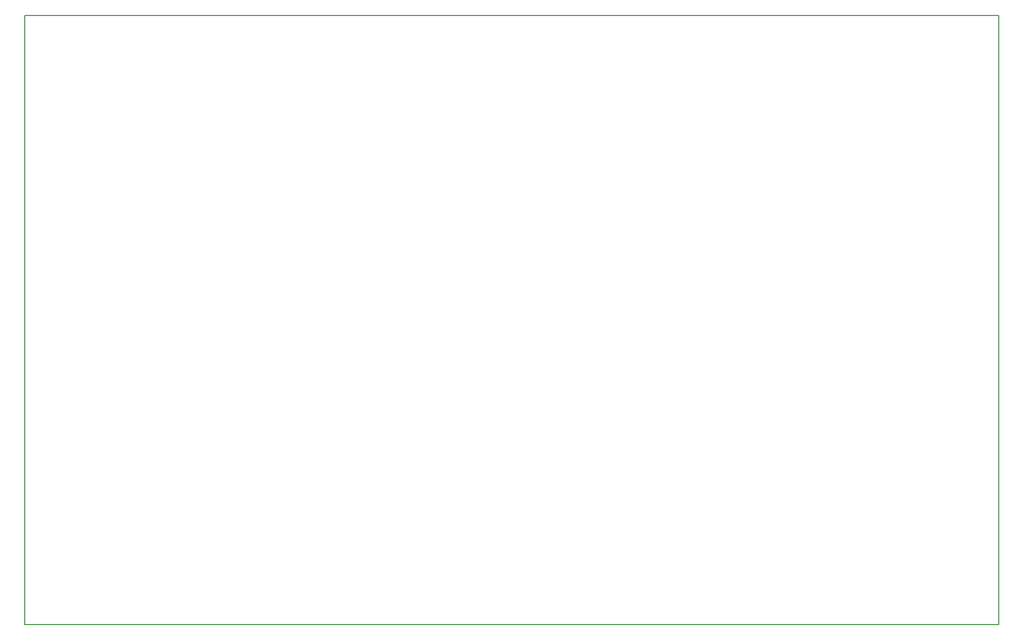
<source format=gbr>
G04 #@! TF.GenerationSoftware,KiCad,Pcbnew,(5.1.6-0-10_14)*
G04 #@! TF.CreationDate,2020-11-10T23:23:32+01:00*
G04 #@! TF.ProjectId,Overload Detector Card,4f766572-6c6f-4616-9420-446574656374,1.0*
G04 #@! TF.SameCoordinates,Original*
G04 #@! TF.FileFunction,Profile,NP*
%FSLAX46Y46*%
G04 Gerber Fmt 4.6, Leading zero omitted, Abs format (unit mm)*
G04 Created by KiCad (PCBNEW (5.1.6-0-10_14)) date 2020-11-10 23:23:32*
%MOMM*%
%LPD*%
G01*
G04 APERTURE LIST*
G04 #@! TA.AperFunction,Profile*
%ADD10C,0.150000*%
G04 #@! TD*
G04 #@! TA.AperFunction,Profile*
%ADD11C,0.200000*%
G04 #@! TD*
G04 APERTURE END LIST*
D10*
X223500000Y-138100000D02*
X223500000Y-38100000D01*
X63500000Y-138100000D02*
X223500000Y-138100000D01*
X63500000Y-38100000D02*
X63500000Y-138100000D01*
D11*
X63500000Y-38100000D02*
X223500000Y-38100000D01*
M02*

</source>
